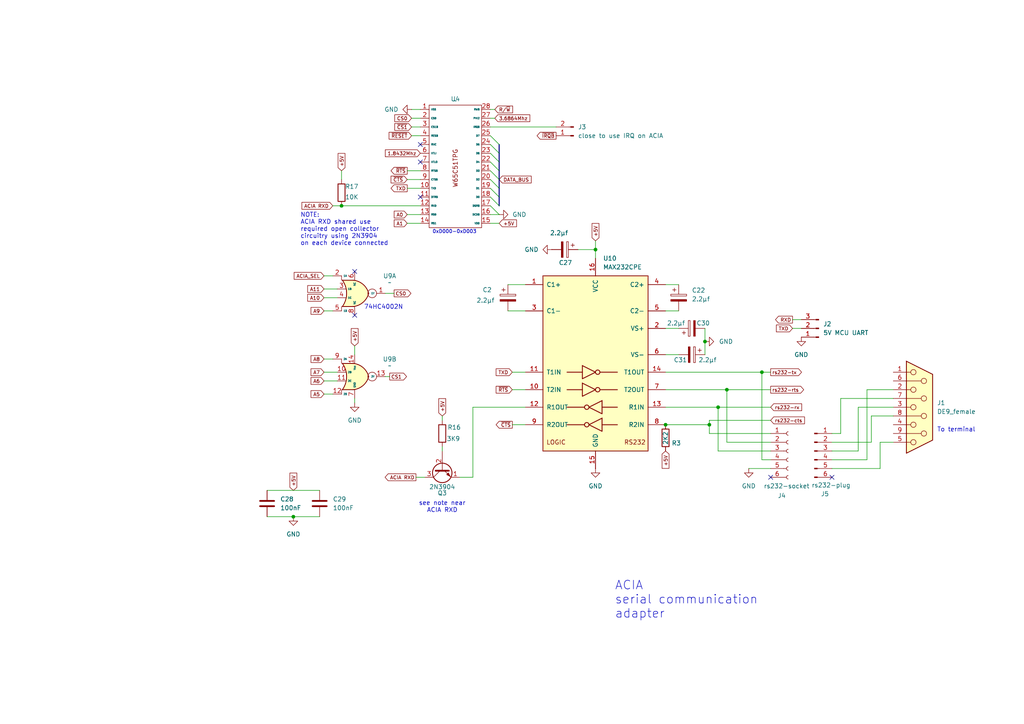
<source format=kicad_sch>
(kicad_sch (version 20231120) (generator "eeschema") (generator_version "8.0")
  (paper "A4")
  (lib_symbols
    (symbol "Connector:Conn_01x02_Pin" (pin_names (offset 1.016) hide)
      (property "Reference" "J" (at 0 2.54 0))
      (property "Value" "Conn_01x02_Pin" (at 0 -5.08 0))
      (symbol "Conn_01x02_Pin_1_1"
        (polyline (pts (xy 1.27 -2.54) (xy 0.8636 -2.54)) (stroke (width 0.1524)))
        (polyline (pts (xy 1.27 0) (xy 0.8636 0)) (stroke (width 0.1524)))
        (rectangle (start 0.8636 -2.413) (end 0 -2.667) (stroke (width 0.1524)) (fill (type outline)))
        (rectangle (start 0.8636 0.127) (end 0 -0.127) (stroke (width 0.1524)) (fill (type outline)))
        (pin passive line (at 5.08 0 180) (length 3.81) (name "Pin_1") (number "1"))
        (pin passive line (at 5.08 -2.54 180) (length 3.81) (name "Pin_2") (number "2"))
      )
    )
    (symbol "Connector:Conn_01x03_Pin" (pin_names (offset 1.016) hide)
      (property "Reference" "J" (at 0 5.08 0))
      (property "Value" "Conn_01x03_Pin" (at 0 -5.08 0))
      (symbol "Conn_01x03_Pin_1_1"
        (polyline (pts (xy 1.27 -2.54) (xy 0.8636 -2.54)) (stroke (width 0.1524)))
        (polyline (pts (xy 1.27 0) (xy 0.8636 0)) (stroke (width 0.1524)))
        (polyline (pts (xy 1.27 2.54) (xy 0.8636 2.54)) (stroke (width 0.1524)))
        (rectangle (start 0.8636 -2.413) (end 0 -2.667) (stroke (width 0.1524)) (fill (type outline)))
        (rectangle (start 0.8636 0.127) (end 0 -0.127) (stroke (width 0.1524)) (fill (type outline)))
        (rectangle (start 0.8636 2.667) (end 0 2.413) (stroke (width 0.1524)) (fill (type outline)))
        (pin passive line (at 5.08 2.54 180) (length 3.81) (name "Pin_1") (number "1"))
        (pin passive line (at 5.08 0 180) (length 3.81) (name "Pin_2") (number "2"))
        (pin passive line (at 5.08 -2.54 180) (length 3.81) (name "Pin_3") (number "3"))
      )
    )
    (symbol "Connector:Conn_01x06_Pin" (pin_names (offset 1.016) hide)
      (property "Reference" "J" (at 0 7.62 0))
      (property "Value" "Conn_01x06_Pin" (at 0 -10.16 0))
      (symbol "Conn_01x06_Pin_1_1"
        (polyline (pts (xy 1.27 -7.62) (xy 0.8636 -7.62)) (stroke (width 0.1524)))
        (polyline (pts (xy 1.27 -5.08) (xy 0.8636 -5.08)) (stroke (width 0.1524)))
        (polyline (pts (xy 1.27 -2.54) (xy 0.8636 -2.54)) (stroke (width 0.1524)))
        (polyline (pts (xy 1.27 0) (xy 0.8636 0)) (stroke (width 0.1524)))
        (polyline (pts (xy 1.27 2.54) (xy 0.8636 2.54)) (stroke (width 0.1524)))
        (polyline (pts (xy 1.27 5.08) (xy 0.8636 5.08)) (stroke (width 0.1524)))
        (rectangle (start 0.8636 -7.493) (end 0 -7.747) (stroke (width 0.1524)) (fill (type outline)))
        (rectangle (start 0.8636 -4.953) (end 0 -5.207) (stroke (width 0.1524)) (fill (type outline)))
        (rectangle (start 0.8636 -2.413) (end 0 -2.667) (stroke (width 0.1524)) (fill (type outline)))
        (rectangle (start 0.8636 0.127) (end 0 -0.127) (stroke (width 0.1524)) (fill (type outline)))
        (rectangle (start 0.8636 2.667) (end 0 2.413) (stroke (width 0.1524)) (fill (type outline)))
        (rectangle (start 0.8636 5.207) (end 0 4.953) (stroke (width 0.1524)) (fill (type outline)))
        (pin passive line (at 5.08 5.08 180) (length 3.81) (name "Pin_1") (number "1"))
        (pin passive line (at 5.08 2.54 180) (length 3.81) (name "Pin_2") (number "2"))
        (pin passive line (at 5.08 0 180) (length 3.81) (name "Pin_3") (number "3"))
        (pin passive line (at 5.08 -2.54 180) (length 3.81) (name "Pin_4") (number "4"))
        (pin passive line (at 5.08 -5.08 180) (length 3.81) (name "Pin_5") (number "5"))
        (pin passive line (at 5.08 -7.62 180) (length 3.81) (name "Pin_6") (number "6"))
      )
    )
    (symbol "Connector:Conn_01x06_Socket" (pin_names (offset 1.016) hide)
      (property "Reference" "J" (at 0 7.62 0))
      (property "Value" "Conn_01x06_Socket" (at 0 -10.16 0))
      (symbol "Conn_01x06_Socket_1_1"
        (arc (start 0 -7.112) (mid -0.5058 -7.62) (end 0 -8.128) (stroke (width 0.1524)))
        (arc (start 0 -4.572) (mid -0.5058 -5.08) (end 0 -5.588) (stroke (width 0.1524)))
        (arc (start 0 -2.032) (mid -0.5058 -2.54) (end 0 -3.048) (stroke (width 0.1524)))
        (polyline (pts (xy -1.27 -7.62) (xy -0.508 -7.62)) (stroke (width 0.1524)))
        (polyline (pts (xy -1.27 -5.08) (xy -0.508 -5.08)) (stroke (width 0.1524)))
        (polyline (pts (xy -1.27 -2.54) (xy -0.508 -2.54)) (stroke (width 0.1524)))
        (polyline (pts (xy -1.27 0) (xy -0.508 0)) (stroke (width 0.1524)))
        (polyline (pts (xy -1.27 2.54) (xy -0.508 2.54)) (stroke (width 0.1524)))
        (polyline (pts (xy -1.27 5.08) (xy -0.508 5.08)) (stroke (width 0.1524)))
        (arc (start 0 0.508) (mid -0.5058 0) (end 0 -0.508) (stroke (width 0.1524)))
        (arc (start 0 3.048) (mid -0.5058 2.54) (end 0 2.032) (stroke (width 0.1524)))
        (arc (start 0 5.588) (mid -0.5058 5.08) (end 0 4.572) (stroke (width 0.1524)))
        (pin passive line (at -5.08 5.08 0) (length 3.81) (name "Pin_1") (number "1"))
        (pin passive line (at -5.08 2.54 0) (length 3.81) (name "Pin_2") (number "2"))
        (pin passive line (at -5.08 0 0) (length 3.81) (name "Pin_3") (number "3"))
        (pin passive line (at -5.08 -2.54 0) (length 3.81) (name "Pin_4") (number "4"))
        (pin passive line (at -5.08 -5.08 0) (length 3.81) (name "Pin_5") (number "5"))
        (pin passive line (at -5.08 -7.62 0) (length 3.81) (name "Pin_6") (number "6"))
      )
    )
    (symbol "Connector:DE9_Receptacle" (pin_names (offset 1.016) hide)
      (property "Reference" "J" (at 0 13.97 0))
      (property "Value" "DE9_Receptacle" (at 0 -14.605 0))
      (symbol "DE9_Receptacle_0_1"
        (circle (center -1.778 -10.16) (radius 0.762))
        (circle (center -1.778 -5.08) (radius 0.762))
        (circle (center -1.778 0) (radius 0.762))
        (circle (center -1.778 5.08) (radius 0.762))
        (circle (center -1.778 10.16) (radius 0.762))
        (polyline (pts (xy -3.81 -10.16) (xy -2.54 -10.16)))
        (polyline (pts (xy -3.81 -7.62) (xy 0.508 -7.62)))
        (polyline (pts (xy -3.81 -5.08) (xy -2.54 -5.08)))
        (polyline (pts (xy -3.81 -2.54) (xy 0.508 -2.54)))
        (polyline (pts (xy -3.81 0) (xy -2.54 0)))
        (polyline (pts (xy -3.81 2.54) (xy 0.508 2.54)))
        (polyline (pts (xy -3.81 5.08) (xy -2.54 5.08)))
        (polyline (pts (xy -3.81 7.62) (xy 0.508 7.62)))
        (polyline (pts (xy -3.81 10.16) (xy -2.54 10.16)))
        (polyline (pts (xy -3.81 13.335) (xy -3.81 -13.335) (xy 3.81 -9.525) (xy 3.81 9.525) (xy -3.81 13.335)) (stroke (width 0.254)) (fill (type background)))
        (circle (center 1.27 -7.62) (radius 0.762))
        (circle (center 1.27 -2.54) (radius 0.762))
        (circle (center 1.27 2.54) (radius 0.762))
        (circle (center 1.27 7.62) (radius 0.762))
      )
      (symbol "DE9_Receptacle_1_1"
        (pin passive line (at -7.62 10.16 0) (length 3.81) (name "1") (number "1"))
        (pin passive line (at -7.62 5.08 0) (length 3.81) (name "2") (number "2"))
        (pin passive line (at -7.62 0 0) (length 3.81) (name "3") (number "3"))
        (pin passive line (at -7.62 -5.08 0) (length 3.81) (name "4") (number "4"))
        (pin passive line (at -7.62 -10.16 0) (length 3.81) (name "5") (number "5"))
        (pin passive line (at -7.62 7.62 0) (length 3.81) (name "6") (number "6"))
        (pin passive line (at -7.62 2.54 0) (length 3.81) (name "7") (number "7"))
        (pin passive line (at -7.62 -2.54 0) (length 3.81) (name "8") (number "8"))
        (pin passive line (at -7.62 -7.62 0) (length 3.81) (name "9") (number "9"))
      )
    )
    (symbol "Device:C" (pin_numbers hide) (pin_names (offset 0.254))
      (property "Reference" "C" (at 0.635 2.54 0))
      (property "Value" "C" (at 0.635 -2.54 0))
      (symbol "C_0_1"
        (polyline (pts (xy -2.032 -0.762) (xy 2.032 -0.762)) (stroke (width 0.508)))
        (polyline (pts (xy -2.032 0.762) (xy 2.032 0.762)) (stroke (width 0.508)))
      )
      (symbol "C_1_1"
        (pin passive line (at 0 3.81 270) (length 2.794) (name "~") (number "1"))
        (pin passive line (at 0 -3.81 90) (length 2.794) (name "~") (number "2"))
      )
    )
    (symbol "Device:C_Polarized" (pin_numbers hide) (pin_names (offset 0.254))
      (property "Reference" "C" (at 0.635 2.54 0))
      (property "Value" "C_Polarized" (at 0.635 -2.54 0))
      (symbol "C_Polarized_0_1"
        (rectangle (start -2.286 0.508) (end 2.286 1.016))
        (polyline (pts (xy -1.778 2.286) (xy -0.762 2.286)))
        (polyline (pts (xy -1.27 2.794) (xy -1.27 1.778)))
        (rectangle (start 2.286 -0.508) (end -2.286 -1.016) (fill (type outline)))
      )
      (symbol "C_Polarized_1_1"
        (pin passive line (at 0 3.81 270) (length 2.794) (name "~") (number "1"))
        (pin passive line (at 0 -3.81 90) (length 2.794) (name "~") (number "2"))
      )
    )
    (symbol "Device:R" (pin_numbers hide) (pin_names (offset 0))
      (property "Reference" "R" (at 2.032 0 90))
      (property "Value" "R" (at 0 0 90))
      (symbol "R_0_1"
        (rectangle (start -1.016 -2.54) (end 1.016 2.54) (stroke (width 0.254)))
      )
      (symbol "R_1_1"
        (pin passive line (at 0 3.81 270) (length 1.27) (name "~") (number "1"))
        (pin passive line (at 0 -3.81 90) (length 1.27) (name "~") (number "2"))
      )
    )
    (symbol "Interface_UART:MAX232" (pin_names (offset 1.016))
      (property "Reference" "U" (at -2.54 28.575 0))
      (property "Value" "MAX232" (at -2.54 26.67 0))
      (symbol "MAX232_0_0"
        (text "LOGIC" (at -11.43 -22.86 0) (effects (font (size 1.27 1.27))))
        (text "RS232" (at 11.43 -22.86 0) (effects (font (size 1.27 1.27))))
      )
      (symbol "MAX232_0_1"
        (rectangle (start -15.24 -25.4) (end 15.24 25.4) (stroke (width 0.254)) (fill (type background)))
        (circle (center -2.54 -17.78) (radius 0.635) (stroke (width 0.254)))
        (circle (center -2.54 -12.7) (radius 0.635) (stroke (width 0.254)))
        (polyline (pts (xy -3.81 -7.62) (xy -8.255 -7.62)) (stroke (width 0.254)))
        (polyline (pts (xy -3.81 -2.54) (xy -8.255 -2.54)) (stroke (width 0.254)))
        (polyline (pts (xy -3.175 -17.78) (xy -8.255 -17.78)) (stroke (width 0.254)))
        (polyline (pts (xy -3.175 -12.7) (xy -8.255 -12.7)) (stroke (width 0.254)))
        (polyline (pts (xy 1.27 -7.62) (xy 6.35 -7.62)) (stroke (width 0.254)))
        (polyline (pts (xy 1.27 -2.54) (xy 6.35 -2.54)) (stroke (width 0.254)))
        (polyline (pts (xy 1.905 -17.78) (xy 6.35 -17.78)) (stroke (width 0.254)))
        (polyline (pts (xy 1.905 -12.7) (xy 6.35 -12.7)) (stroke (width 0.254)))
        (polyline (pts (xy -3.81 -5.715) (xy -3.81 -9.525) (xy 0 -7.62) (xy -3.81 -5.715)) (stroke (width 0.254)))
        (polyline (pts (xy -3.81 -0.635) (xy -3.81 -4.445) (xy 0 -2.54) (xy -3.81 -0.635)) (stroke (width 0.254)))
        (polyline (pts (xy 1.905 -15.875) (xy 1.905 -19.685) (xy -1.905 -17.78) (xy 1.905 -15.875)) (stroke (width 0.254)))
        (polyline (pts (xy 1.905 -10.795) (xy 1.905 -14.605) (xy -1.905 -12.7) (xy 1.905 -10.795)) (stroke (width 0.254)))
        (circle (center 0.635 -7.62) (radius 0.635) (stroke (width 0.254)))
        (circle (center 0.635 -2.54) (radius 0.635) (stroke (width 0.254)))
      )
      (symbol "MAX232_1_1"
        (pin passive line (at -20.32 22.86 0) (length 5.08) (name "C1+") (number "1"))
        (pin input line (at -20.32 -7.62 0) (length 5.08) (name "T2IN") (number "10"))
        (pin input line (at -20.32 -2.54 0) (length 5.08) (name "T1IN") (number "11"))
        (pin output line (at -20.32 -12.7 0) (length 5.08) (name "R1OUT") (number "12"))
        (pin input line (at 20.32 -12.7 180) (length 5.08) (name "R1IN") (number "13"))
        (pin output line (at 20.32 -2.54 180) (length 5.08) (name "T1OUT") (number "14"))
        (pin power_in line (at 0 -30.48 90) (length 5.08) (name "GND") (number "15"))
        (pin power_in line (at 0 30.48 270) (length 5.08) (name "VCC") (number "16"))
        (pin power_out line (at 20.32 10.16 180) (length 5.08) (name "VS+") (number "2"))
        (pin passive line (at -20.32 15.24 0) (length 5.08) (name "C1-") (number "3"))
        (pin passive line (at 20.32 22.86 180) (length 5.08) (name "C2+") (number "4"))
        (pin passive line (at 20.32 15.24 180) (length 5.08) (name "C2-") (number "5"))
        (pin power_out line (at 20.32 2.54 180) (length 5.08) (name "VS-") (number "6"))
        (pin output line (at 20.32 -7.62 180) (length 5.08) (name "T2OUT") (number "7"))
        (pin input line (at 20.32 -17.78 180) (length 5.08) (name "R2IN") (number "8"))
        (pin output line (at -20.32 -17.78 0) (length 5.08) (name "R2OUT") (number "9"))
      )
    )
    (symbol "Transistor_BJT:2N3904" (pin_names (offset 0) hide)
      (property "Reference" "Q" (at 5.08 1.905 0))
      (property "Value" "2N3904" (at 5.08 0 0))
      (symbol "2N3904_0_1"
        (polyline (pts (xy 0.635 0.635) (xy 2.54 2.54)))
        (polyline (pts (xy 0.635 -0.635) (xy 2.54 -2.54) (xy 2.54 -2.54)))
        (polyline (pts (xy 0.635 1.905) (xy 0.635 -1.905) (xy 0.635 -1.905)) (stroke (width 0.508)))
        (polyline (pts (xy 1.27 -1.778) (xy 1.778 -1.27) (xy 2.286 -2.286) (xy 1.27 -1.778) (xy 1.27 -1.778)) (fill (type outline)))
        (circle (center 1.27 0) (radius 2.8194) (stroke (width 0.254)))
      )
      (symbol "2N3904_1_1"
        (pin passive line (at 2.54 -5.08 90) (length 2.54) (name "E") (number "1"))
        (pin passive line (at -5.08 0 0) (length 5.715) (name "B") (number "2"))
        (pin passive line (at 2.54 5.08 270) (length 2.54) (name "C") (number "3"))
      )
    )
    (symbol "W65Cxx:W65C51STPG"
      (property "Reference" "U" (at -1.27 18.796 0))
      (symbol "W65C51STPG_0_1"
        (rectangle (start -7.62 17.78) (end 7.62 -17.78))
      )
      (symbol "W65C51STPG_1_1"
        (text "W65C51TPG" (at 0 -0.508 900) (effects (font (size 1.27 1.27))))
        (pin power_in line (at -10.16 16.51 0) (length 2.54) (name "VSS") (number "1"))
        (pin output line (at -10.16 -6.35 0) (length 2.54) (name "TXD") (number "10"))
        (pin output line (at -10.16 -8.89 0) (length 2.54) (name "DTRB") (number "11"))
        (pin input line (at -10.16 -11.43 0) (length 2.54) (name "RXD") (number "12"))
        (pin input line (at -10.16 -13.97 0) (length 2.54) (name "RS0") (number "13"))
        (pin input line (at -10.16 -16.51 0) (length 2.54) (name "RS1") (number "14"))
        (pin power_in line (at 10.16 -16.51 180) (length 2.54) (name "VDD") (number "15"))
        (pin input line (at 10.16 -13.97 180) (length 2.54) (name "DCDB") (number "16"))
        (pin input line (at 10.16 -11.43 180) (length 2.54) (name "DSRB") (number "17"))
        (pin bidirectional line (at 10.16 -8.89 180) (length 2.54) (name "D0") (number "18"))
        (pin bidirectional line (at 10.16 -6.35 180) (length 2.54) (name "D1") (number "19"))
        (pin input line (at -10.16 13.97 0) (length 2.54) (name "CS0") (number "2"))
        (pin bidirectional line (at 10.16 -3.81 180) (length 2.54) (name "D2") (number "20"))
        (pin bidirectional line (at 10.16 -1.27 180) (length 2.54) (name "D3") (number "21"))
        (pin bidirectional line (at 10.16 1.27 180) (length 2.54) (name "D4") (number "22"))
        (pin bidirectional line (at 10.16 3.81 180) (length 2.54) (name "D5") (number "23"))
        (pin bidirectional line (at 10.16 6.35 180) (length 2.54) (name "D6") (number "24"))
        (pin bidirectional line (at 10.16 8.89 180) (length 2.54) (name "D7") (number "25"))
        (pin output line (at 10.16 11.43 180) (length 2.54) (name "IRQB") (number "26"))
        (pin input line (at 10.16 13.97 180) (length 2.54) (name "PHI2") (number "27"))
        (pin input line (at 10.16 16.51 180) (length 2.54) (name "RWB") (number "28"))
        (pin input line (at -10.16 11.43 0) (length 2.54) (name "CS1B") (number "3"))
        (pin input line (at -10.16 8.89 0) (length 2.54) (name "RESB") (number "4"))
        (pin bidirectional line (at -10.16 6.35 0) (length 2.54) (name "RXC") (number "5"))
        (pin input line (at -10.16 3.81 0) (length 2.54) (name "XTLI") (number "6"))
        (pin output line (at -10.16 1.27 0) (length 2.54) (name "XTLO") (number "7"))
        (pin output line (at -10.16 -1.27 0) (length 2.54) (name "RTSB") (number "8"))
        (pin input line (at -10.16 -3.81 0) (length 2.54) (name "CTSB") (number "9"))
      )
    )
    (symbol "logic_gate:CD74HC4002"
      (property "Reference" "U" (at -0.762 7.62 0))
      (symbol "CD74HC4002_1_1"
        (arc (start -3.5562 3.81) (mid -2.3352 7.62) (end -3.5562 11.43) (stroke (width 0.254)))
        (arc (start -0.3558 3.81) (mid 2.4393 5.036) (end 4.0638 7.62) (stroke (width 0.254)) (fill (type background)))
        (polyline (pts (xy -3.81 3.81) (xy -3.81 2.54)))
        (polyline (pts (xy -3.81 11.43) (xy -3.81 12.7)))
        (polyline (pts (xy -3.5562 3.81) (xy -0.3812 3.81)) (stroke (width 0.254)) (fill (type background)))
        (polyline (pts (xy -3.5562 11.43) (xy -0.3812 11.43)) (stroke (width 0.254)) (fill (type background)))
        (polyline (pts (xy -0.3812 11.43) (xy -3.5562 11.43) (xy -3.5562 11.43) (xy -3.3022 11.0236) (xy -2.7688 9.8806) (xy -2.4386 8.6614) (xy -2.3624 7.366) (xy -2.5148 6.1214) (xy -2.9212 4.9022) (xy -3.5562 3.81) (xy -3.5562 3.81) (xy -0.3812 3.81)) (stroke (width -25.4)) (fill (type background)))
        (arc (start 4.0638 7.62) (mid 2.4466 10.2125) (end -0.3558 11.43) (stroke (width 0.254)) (fill (type background)))
        (circle (center 5.08 7.62) (radius 1.27))
        (pin output line (at 8.89 7.62 180) (length 2.54) (name "1Y") (number "1"))
        (pin input line (at -6.35 12.7 0) (length 2.54) (name "1A") (number "2"))
        (pin input line (at -5.08 8.89 0) (length 2.54) (name "1B") (number "3"))
        (pin input line (at -5.08 6.35 0) (length 2.54) (name "1C") (number "4"))
        (pin input line (at -6.35 2.54 0) (length 2.54) (name "1D") (number "5"))
        (pin free line (at 0 13.97 270) (length 2.54) (name "NC") (number "6"))
        (pin free line (at 0 1.27 90) (length 2.54) (name "NC") (number "8"))
      )
      (symbol "CD74HC4002_2_1"
        (arc (start -3.5562 -15.24) (mid -2.3352 -11.43) (end -3.5562 -7.62) (stroke (width 0.254)))
        (arc (start -0.3558 -15.24) (mid 2.4393 -14.014) (end 4.0638 -11.43) (stroke (width 0.254)) (fill (type background)))
        (polyline (pts (xy -3.81 -15.24) (xy -3.81 -16.51)))
        (polyline (pts (xy -3.81 -7.62) (xy -3.81 -6.35)))
        (polyline (pts (xy -3.5562 -15.24) (xy -0.3812 -15.24)) (stroke (width 0.254)) (fill (type background)))
        (polyline (pts (xy -3.5562 -7.62) (xy -0.3812 -7.62)) (stroke (width 0.254)) (fill (type background)))
        (polyline (pts (xy -0.3812 -7.62) (xy -3.5562 -7.62) (xy -3.5562 -7.62) (xy -3.3022 -8.0264) (xy -2.7688 -9.1694) (xy -2.4386 -10.3886) (xy -2.3624 -11.684) (xy -2.5148 -12.9286) (xy -2.9212 -14.1478) (xy -3.5562 -15.24) (xy -3.5562 -15.24) (xy -0.3812 -15.24)) (stroke (width -25.4)) (fill (type background)))
        (arc (start 4.0638 -11.43) (mid 2.4466 -8.8375) (end -0.3558 -7.62) (stroke (width 0.254)) (fill (type background)))
        (circle (center 5.08 -11.43) (radius 1.27))
        (pin input line (at -5.08 -10.16 0) (length 2.54) (name "2B") (number "10"))
        (pin input line (at -5.08 -12.7 0) (length 2.54) (name "2C") (number "11"))
        (pin input line (at -6.35 -16.51 0) (length 2.54) (name "2D") (number "12"))
        (pin output line (at 8.89 -11.43 180) (length 2.54) (name "2Y") (number "13"))
        (pin power_in line (at 0 -5.08 270) (length 2.54) (name "Vcc") (number "14"))
        (pin power_in line (at 0 -17.78 90) (length 2.54) (name "GND") (number "7"))
        (pin input line (at -6.35 -6.35 0) (length 2.54) (name "2A") (number "9"))
      )
    )
    (symbol "power:GND" (power) (pin_numbers hide) (pin_names (offset 0) hide)
      (property "Value" "GND" (at 0 -3.81 0))
      (symbol "GND_0_1"
        (polyline (pts (xy 0 0) (xy 0 -1.27) (xy 1.27 -1.27) (xy 0 -2.54) (xy -1.27 -1.27) (xy 0 -1.27)))
      )
      (symbol "GND_1_1"
        (pin power_in line (at 0 0 270) (length 0) (name "~") (number "1"))
      )
    )
  )
  (junction (at 208.28 118.11))
  (junction (at 205.74 123.19))
  (junction (at 210.82 113.03))
  (junction (at 220.98 107.95))
  (junction (at 99.06 59.69))
  (junction (at 172.72 72.39))
  (junction (at 204.47 99.06))
  (junction (at 85.09 149.86))
  (junction (at 193.04 123.19))
  (no_connect (at 241.3 138.43))
  (no_connect (at 121.92 57.15))
  (no_connect (at 102.87 91.44))
  (no_connect (at 102.87 78.74))
  (no_connect (at 121.92 46.99))
  (no_connect (at 121.92 41.91))
  (no_connect (at 223.52 138.43))
  (bus_entry (at 142.24 49.53) (size 2.54 2.54))
  (bus_entry (at 142.24 44.45) (size 2.54 2.54))
  (bus_entry (at 142.24 59.69) (size 2.54 2.54))
  (bus_entry (at 142.24 57.15) (size 2.54 2.54))
  (bus_entry (at 142.24 54.61) (size 2.54 2.54))
  (bus_entry (at 142.24 41.91) (size 2.54 2.54))
  (bus_entry (at 142.24 39.37) (size 2.54 2.54))
  (bus_entry (at 142.24 46.99) (size 2.54 2.54))
  (bus_entry (at 142.24 52.07) (size 2.54 2.54))
  (wire (pts (xy 77.47 142.24) (xy 92.71 142.24)))
  (wire (pts (xy 193.04 102.87) (xy 196.85 102.87)))
  (wire (pts (xy 223.52 133.35) (xy 220.98 133.35)))
  (wire (pts (xy 120.65 138.43) (xy 123.19 138.43)))
  (wire (pts (xy 137.16 118.11) (xy 152.4 118.11)))
  (wire (pts (xy 119.38 39.37) (xy 121.92 39.37)))
  (wire (pts (xy 93.98 80.01) (xy 96.52 80.01)))
  (wire (pts (xy 205.74 125.73) (xy 223.52 125.73)))
  (wire (pts (xy 241.3 133.35) (xy 251.46 133.35)))
  (wire (pts (xy 93.98 114.3) (xy 96.52 114.3)))
  (wire (pts (xy 93.98 104.14) (xy 96.52 104.14)))
  (wire (pts (xy 251.46 133.35) (xy 251.46 113.03)))
  (wire (pts (xy 243.84 125.73) (xy 241.3 125.73)))
  (wire (pts (xy 193.04 123.19) (xy 205.74 123.19)))
  (wire (pts (xy 147.32 90.17) (xy 152.4 90.17)))
  (bus (pts (xy 144.78 54.61) (xy 144.78 57.15)))
  (wire (pts (xy 259.08 128.27) (xy 255.27 128.27)))
  (wire (pts (xy 96.52 59.69) (xy 99.06 59.69)))
  (wire (pts (xy 248.92 118.11) (xy 259.08 118.11)))
  (wire (pts (xy 137.16 138.43) (xy 137.16 118.11)))
  (wire (pts (xy 193.04 82.55) (xy 196.85 82.55)))
  (wire (pts (xy 99.06 49.53) (xy 99.06 52.07)))
  (wire (pts (xy 118.11 49.53) (xy 121.92 49.53)))
  (wire (pts (xy 118.11 62.23) (xy 121.92 62.23)))
  (wire (pts (xy 118.11 54.61) (xy 121.92 54.61)))
  (wire (pts (xy 142.24 64.77) (xy 144.78 64.77)))
  (wire (pts (xy 119.38 31.75) (xy 121.92 31.75)))
  (wire (pts (xy 172.72 72.39) (xy 172.72 74.93)))
  (wire (pts (xy 93.98 90.17) (xy 96.52 90.17)))
  (wire (pts (xy 248.92 118.11) (xy 248.92 130.81)))
  (wire (pts (xy 193.04 95.25) (xy 196.85 95.25)))
  (wire (pts (xy 93.98 107.95) (xy 97.79 107.95)))
  (wire (pts (xy 93.98 86.36) (xy 97.79 86.36)))
  (wire (pts (xy 102.87 100.33) (xy 102.87 102.87)))
  (wire (pts (xy 251.46 113.03) (xy 259.08 113.03)))
  (wire (pts (xy 255.27 128.27) (xy 255.27 135.89)))
  (wire (pts (xy 119.38 34.29) (xy 121.92 34.29)))
  (wire (pts (xy 142.24 34.29) (xy 143.51 34.29)))
  (wire (pts (xy 205.74 123.19) (xy 205.74 125.73)))
  (wire (pts (xy 142.24 62.23) (xy 144.78 62.23)))
  (wire (pts (xy 223.52 121.92) (xy 205.74 121.92)))
  (wire (pts (xy 93.98 83.82) (xy 97.79 83.82)))
  (bus (pts (xy 144.78 57.15) (xy 144.78 59.69)))
  (wire (pts (xy 208.28 118.11) (xy 223.52 118.11)))
  (wire (pts (xy 93.98 110.49) (xy 97.79 110.49)))
  (bus (pts (xy 144.78 46.99) (xy 144.78 49.53)))
  (wire (pts (xy 142.24 31.75) (xy 143.51 31.75)))
  (wire (pts (xy 128.27 129.54) (xy 128.27 130.81)))
  (wire (pts (xy 128.27 120.65) (xy 128.27 121.92)))
  (wire (pts (xy 167.64 72.39) (xy 172.72 72.39)))
  (wire (pts (xy 210.82 113.03) (xy 210.82 128.27)))
  (wire (pts (xy 99.06 59.69) (xy 121.92 59.69)))
  (wire (pts (xy 204.47 95.25) (xy 204.47 99.06)))
  (wire (pts (xy 243.84 115.57) (xy 243.84 125.73)))
  (wire (pts (xy 210.82 113.03) (xy 223.52 113.03)))
  (bus (pts (xy 144.78 44.45) (xy 144.78 46.99)))
  (wire (pts (xy 259.08 115.57) (xy 243.84 115.57)))
  (wire (pts (xy 210.82 128.27) (xy 223.52 128.27)))
  (bus (pts (xy 144.78 41.91) (xy 144.78 44.45)))
  (wire (pts (xy 111.76 109.22) (xy 113.03 109.22)))
  (bus (pts (xy 144.78 49.53) (xy 144.78 52.07)))
  (wire (pts (xy 204.47 99.06) (xy 204.47 102.87)))
  (wire (pts (xy 205.74 121.92) (xy 205.74 123.19)))
  (wire (pts (xy 193.04 90.17) (xy 196.85 90.17)))
  (wire (pts (xy 220.98 133.35) (xy 220.98 107.95)))
  (wire (pts (xy 119.38 36.83) (xy 121.92 36.83)))
  (wire (pts (xy 229.87 92.71) (xy 232.41 92.71)))
  (wire (pts (xy 77.47 149.86) (xy 85.09 149.86)))
  (wire (pts (xy 85.09 149.86) (xy 92.71 149.86)))
  (wire (pts (xy 193.04 118.11) (xy 208.28 118.11)))
  (wire (pts (xy 102.87 115.57) (xy 102.87 116.84)))
  (wire (pts (xy 208.28 118.11) (xy 208.28 130.81)))
  (wire (pts (xy 142.24 36.83) (xy 161.29 36.83)))
  (wire (pts (xy 252.73 120.65) (xy 252.73 128.27)))
  (wire (pts (xy 147.32 82.55) (xy 152.4 82.55)))
  (wire (pts (xy 248.92 130.81) (xy 241.3 130.81)))
  (wire (pts (xy 193.04 113.03) (xy 210.82 113.03)))
  (wire (pts (xy 172.72 69.85) (xy 172.72 72.39)))
  (wire (pts (xy 118.11 52.07) (xy 121.92 52.07)))
  (wire (pts (xy 148.59 123.19) (xy 152.4 123.19)))
  (wire (pts (xy 193.04 107.95) (xy 220.98 107.95)))
  (wire (pts (xy 118.11 64.77) (xy 121.92 64.77)))
  (wire (pts (xy 252.73 128.27) (xy 241.3 128.27)))
  (wire (pts (xy 148.59 113.03) (xy 152.4 113.03)))
  (wire (pts (xy 259.08 120.65) (xy 252.73 120.65)))
  (wire (pts (xy 229.87 95.25) (xy 232.41 95.25)))
  (wire (pts (xy 208.28 130.81) (xy 223.52 130.81)))
  (wire (pts (xy 217.17 135.89) (xy 223.52 135.89)))
  (wire (pts (xy 111.76 85.09) (xy 114.3 85.09)))
  (wire (pts (xy 255.27 135.89) (xy 241.3 135.89)))
  (wire (pts (xy 133.35 138.43) (xy 137.16 138.43)))
  (wire (pts (xy 148.59 107.95) (xy 152.4 107.95)))
  (wire (pts (xy 220.98 107.95) (xy 223.52 107.95)))
  (bus (pts (xy 144.78 52.07) (xy 144.78 54.61)))
  (text "see note near\nACIA RXD" (at 128.27 147.066 0) (effects (font (size 1.27 1.27))))
  (text "To terminal" (at 277.368 124.714 0) (effects (font (size 1.27 1.27))))
  (text "74HC4002N" (at 111.252 89.154 0) (effects (font (size 1.27 1.27))))
  (text "0xD000-0xD003" (at 131.826 67.31 0) (effects (font (size 1.016 1.016))))
  (text "NOTE:\nACIA RXD shared use\nrequired open collector \ncircuitry using 2N3904\non each device connected\n" (at 87.122 66.548 0) (effects (font (size 1.27 1.27)) (justify left)))
  (text "ACIA \nserial communication\nadapter " (at 178.308 173.99 0) (effects (font (size 2.54 2.54)) (justify left)))
  (global_label "TXD" (shape input) (at 148.59 107.95 180) (effects (font (size 1.016 1.016))) (property "Intersheetrefs" "${INTERSHEET_REFS}" (effects (hide yes))))
  (global_label "+5V" (shape input) (at 102.87 100.33 90) (effects (font (size 1.016 1.016))) (property "Intersheetrefs" "${INTERSHEET_REFS}" (effects (hide yes))))
  (global_label "rs232-rx" (shape input) (at 223.52 118.11 0) (effects (font (size 1.016 1.016))) (property "Intersheetrefs" "${INTERSHEET_REFS}" (effects (hide yes))))
  (global_label "A6" (shape input) (at 93.98 110.49 180) (effects (font (size 1.016 1.016))) (property "Intersheetrefs" "${INTERSHEET_REFS}" (effects (hide yes))))
  (global_label "A7" (shape input) (at 93.98 107.95 180) (effects (font (size 1.016 1.016))) (property "Intersheetrefs" "${INTERSHEET_REFS}" (effects (hide yes))))
  (global_label "1.8432Mhz" (shape input) (at 121.92 44.45 180) (effects (font (size 1.016 1.016))) (property "Intersheetrefs" "${INTERSHEET_REFS}" (effects (hide yes))))
  (global_label "~{RTS}" (shape output) (at 118.11 49.53 180) (effects (font (size 1.016 1.016))) (property "Intersheetrefs" "${INTERSHEET_REFS}" (effects (hide yes))))
  (global_label "TXD" (shape output) (at 118.11 54.61 180) (effects (font (size 1.016 1.016))) (property "Intersheetrefs" "${INTERSHEET_REFS}" (effects (hide yes))))
  (global_label "~{RESET}" (shape input) (at 119.38 39.37 180) (effects (font (size 1.016 1.016))) (property "Intersheetrefs" "${INTERSHEET_REFS}" (effects (hide yes))))
  (global_label "+5V" (shape input) (at 144.78 64.77 0) (effects (font (size 1.016 1.016))) (property "Intersheetrefs" "${INTERSHEET_REFS}" (effects (hide yes))))
  (global_label "rs232-cts" (shape input) (at 223.52 121.92 0) (effects (font (size 1.016 1.016))) (property "Intersheetrefs" "${INTERSHEET_REFS}" (effects (hide yes))))
  (global_label "R{slash}~{W}" (shape input) (at 143.51 31.75 0) (effects (font (size 1.016 1.016))) (property "Intersheetrefs" "${INTERSHEET_REFS}" (effects (hide yes))))
  (global_label "+5V" (shape input) (at 99.06 49.53 90) (effects (font (size 1.016 1.016))) (property "Intersheetrefs" "${INTERSHEET_REFS}" (effects (hide yes))))
  (global_label "~{CTS}" (shape output) (at 148.59 123.19 180) (effects (font (size 1.016 1.016))) (property "Intersheetrefs" "${INTERSHEET_REFS}" (effects (hide yes))))
  (global_label "ACIA RXD" (shape input) (at 96.52 59.69 180) (effects (font (size 1.016 1.016))) (property "Intersheetrefs" "${INTERSHEET_REFS}" (effects (hide yes))))
  (global_label "CS0" (shape output) (at 114.3 85.09 0) (effects (font (size 1.016 1.016))) (property "Intersheetrefs" "${INTERSHEET_REFS}" (effects (hide yes))))
  (global_label "DATA_BUS" (shape input) (at 144.78 52.07 0) (effects (font (size 1.016 1.016))) (property "Intersheetrefs" "${INTERSHEET_REFS}" (effects (hide yes))))
  (global_label "ACIA_SEL" (shape input) (at 93.98 80.01 180) (effects (font (size 1.016 1.016))) (property "Intersheetrefs" "${INTERSHEET_REFS}" (effects (hide yes))))
  (global_label "~{RTS}" (shape input) (at 148.59 113.03 180) (effects (font (size 1.016 1.016))) (property "Intersheetrefs" "${INTERSHEET_REFS}" (effects (hide yes))))
  (global_label "A8" (shape input) (at 93.98 104.14 180) (effects (font (size 1.016 1.016))) (property "Intersheetrefs" "${INTERSHEET_REFS}" (effects (hide yes))))
  (global_label "A9" (shape input) (at 93.98 90.17 180) (effects (font (size 1.016 1.016))) (property "Intersheetrefs" "${INTERSHEET_REFS}" (effects (hide yes))))
  (global_label "~{CS1}" (shape input) (at 119.38 36.83 180) (effects (font (size 1.016 1.016))) (property "Intersheetrefs" "${INTERSHEET_REFS}" (effects (hide yes))))
  (global_label "CS1" (shape output) (at 113.03 109.22 0) (effects (font (size 1.016 1.016))) (property "Intersheetrefs" "${INTERSHEET_REFS}" (effects (hide yes))))
  (global_label "+5V" (shape input) (at 85.09 142.24 90) (effects (font (size 1.016 1.016))) (property "Intersheetrefs" "${INTERSHEET_REFS}" (effects (hide yes))))
  (global_label "~{IRQB}" (shape output) (at 161.29 39.37 180) (effects (font (size 1.016 1.016))) (property "Intersheetrefs" "${INTERSHEET_REFS}" (effects (hide yes))))
  (global_label "rs232-rts" (shape output) (at 223.52 113.03 0) (effects (font (size 1.016 1.016))) (property "Intersheetrefs" "${INTERSHEET_REFS}" (effects (hide yes))))
  (global_label "~{CTS}" (shape input) (at 118.11 52.07 180) (effects (font (size 1.016 1.016))) (property "Intersheetrefs" "${INTERSHEET_REFS}" (effects (hide yes))))
  (global_label "ACIA RXD" (shape output) (at 120.65 138.43 180) (effects (font (size 1.016 1.016))) (property "Intersheetrefs" "${INTERSHEET_REFS}" (effects (hide yes))))
  (global_label "+5V" (shape input) (at 193.04 130.81 270) (effects (font (size 1.016 1.016))) (property "Intersheetrefs" "${INTERSHEET_REFS}" (effects (hide yes))))
  (global_label "A5" (shape input) (at 93.98 114.3 180) (effects (font (size 1.016 1.016))) (property "Intersheetrefs" "${INTERSHEET_REFS}" (effects (hide yes))))
  (global_label "RXD" (shape output) (at 229.87 92.71 180) (effects (font (size 1.016 1.016))) (property "Intersheetrefs" "${INTERSHEET_REFS}" (effects (hide yes))))
  (global_label "rs232-tx" (shape output) (at 223.52 107.95 0) (effects (font (size 1.016 1.016))) (property "Intersheetrefs" "${INTERSHEET_REFS}" (effects (hide yes))))
  (global_label "TXD" (shape input) (at 229.87 95.25 180) (effects (font (size 1.016 1.016))) (property "Intersheetrefs" "${INTERSHEET_REFS}" (effects (hide yes))))
  (global_label "+5V" (shape input) (at 172.72 69.85 90) (effects (font (size 1.016 1.016))) (property "Intersheetrefs" "${INTERSHEET_REFS}" (effects (hide yes))))
  (global_label "+5V" (shape input) (at 128.27 120.65 90) (effects (font (size 1.016 1.016))) (property "Intersheetrefs" "${INTERSHEET_REFS}" (effects (hide yes))))
  (global_label "CS0" (shape input) (at 119.38 34.29 180) (effects (font (size 1.016 1.016))) (property "Intersheetrefs" "${INTERSHEET_REFS}" (effects (hide yes))))
  (global_label "A0" (shape input) (at 118.11 62.23 180) (effects (font (size 1.016 1.016))) (property "Intersheetrefs" "${INTERSHEET_REFS}" (effects (hide yes))))
  (global_label "A1" (shape input) (at 118.11 64.77 180) (effects (font (size 1.016 1.016))) (property "Intersheetrefs" "${INTERSHEET_REFS}" (effects (hide yes))))
  (global_label "A11" (shape input) (at 93.98 83.82 180) (effects (font (size 1.016 1.016))) (property "Intersheetrefs" "${INTERSHEET_REFS}" (effects (hide yes))))
  (global_label "3.6864Mhz" (shape input) (at 143.51 34.29 0) (effects (font (size 1.016 1.016))) (property "Intersheetrefs" "${INTERSHEET_REFS}" (effects (hide yes))))
  (global_label "A10" (shape input) (at 93.98 86.36 180) (effects (font (size 1.016 1.016))) (property "Intersheetrefs" "${INTERSHEET_REFS}" (effects (hide yes))))
  (symbol (lib_id "Device:C_Polarized") (at 196.85 86.36 0) (unit 1)
    (property "Reference" "C22" (at 200.66 84.2009 0) (effects (justify left)))
    (property "Value" "2.2µf" (at 200.66 86.7409 0) (effects (justify left)))
    (property "Description" "Polarized capacitor" (effects (hide yes)))
  )
  (symbol (lib_id "Device:R") (at 128.27 125.73 0) (unit 1)
    (property "Reference" "R16" (at 129.794 123.952 0) (effects (justify left)))
    (property "Value" "3K9" (at 129.54 127.254 0) (effects (justify left)))
    (property "Description" "Resistor" (effects (hide yes)))
  )
  (symbol (lib_id "Device:R") (at 99.06 55.88 0) (unit 1)
    (property "Reference" "R17" (at 100.076 54.102 0) (effects (justify left)))
    (property "Value" "10K" (at 100.076 57.15 0) (effects (justify left)))
    (property "Description" "Resistor" (effects (hide yes)))
  )
  (symbol (lib_id "Transistor_BJT:2N3904") (at 128.27 135.89 90) (mirror x) (unit 1)
    (property "Reference" "Q3" (at 128.27 143.002 90))
    (property "Value" "2N3904" (at 128.27 141.224 90))
    (property "Footprint" "Package_TO_SOT_THT:TO-92_Inline" (effects (hide yes)))
    (property "Datasheet" "https://www.onsemi.com/pub/Collateral/2N3903-D.PDF" (effects (hide yes)))
    (property "Description" "0.2A Ic, 40V Vce, Small Signal NPN Transistor, TO-92" (effects (hide yes)))
  )
  (symbol (lib_id "Connector:Conn_01x03_Pin") (at 237.49 95.25 180) (unit 1)
    (property "Reference" "J2" (at 238.76 93.9799 0) (effects (justify right)))
    (property "Value" "5V MCU UART" (at 238.76 96.5199 0) (effects (justify right)))
    (property "Description" "Generic connector, single row, 01x03, script generated" (effects (hide yes)))
  )
  (symbol (lib_id "power:GND") (at 172.72 135.89 0) (unit 1)
    (property "Reference" "#PWR01" (effects (hide yes)))
    (property "Value" "GND" (at 172.72 140.97 0))
    (property "Description" "Power symbol creates a global label with name \"GND\" , ground" (effects (hide yes)))
  )
  (symbol (lib_id "power:GND") (at 85.09 149.86 0) (unit 1)
    (property "Reference" "#PWR020" (effects (hide yes)))
    (property "Value" "GND" (at 85.09 154.94 0))
    (property "Description" "Power symbol creates a global label with name \"GND\" , ground" (effects (hide yes)))
  )
  (symbol (lib_id "Device:C_Polarized") (at 200.66 95.25 90) (unit 1)
    (property "Reference" "C30" (at 203.962 93.726 90))
    (property "Value" "2.2µf" (at 196.088 93.726 90))
    (property "Description" "Polarized capacitor" (effects (hide yes)))
  )
  (symbol (lib_id "Interface_UART:MAX232") (at 172.72 105.41 0) (unit 1)
    (property "Reference" "U10" (at 174.9141 74.93 0) (effects (justify left)))
    (property "Value" "MAX232CPE" (at 174.9141 77.47 0) (effects (justify left)))
    (property "Datasheet" "http://www.ti.com/lit/ds/symlink/max232.pdf" (effects (hide yes)))
    (property "Description" "Dual RS232 driver/receiver, 5V supply, 120kb/s, 0C-70C" (effects (hide yes)))
  )
  (symbol (lib_id "Connector:DE9_Receptacle") (at 266.7 118.11 0) (unit 1)
    (property "Reference" "J1" (at 271.78 116.8399 0) (effects (justify left)))
    (property "Value" "DE9_female" (at 271.78 119.3799 0) (effects (justify left)))
    (property "Description" "9-pin female receptacle socket D-SUB connector" (effects (hide yes)))
  )
  (symbol (lib_id "power:GND") (at 217.17 135.89 0) (unit 1)
    (property "Reference" "#PWR022" (effects (hide yes)))
    (property "Value" "GND" (at 217.17 140.97 0))
    (property "Description" "Power symbol creates a global label with name \"GND\" , ground" (effects (hide yes)))
  )
  (symbol (lib_id "power:GND") (at 160.02 72.39 270) (unit 1)
    (property "Reference" "#PWR02" (effects (hide yes)))
    (property "Value" "GND" (at 156.21 72.3899 90) (effects (justify right)))
    (property "Description" "Power symbol creates a global label with name \"GND\" , ground" (effects (hide yes)))
  )
  (symbol (lib_id "Device:C_Polarized") (at 147.32 86.36 0) (unit 1)
    (property "Reference" "C2" (at 139.954 84.074 0) (effects (justify left)))
    (property "Value" "2.2µf" (at 138.176 87.122 0) (effects (justify left)))
    (property "Description" "Polarized capacitor" (effects (hide yes)))
  )
  (symbol (lib_id "W65Cxx:W65C51STPG") (at 132.08 48.26 0) (unit 1)
    (property "Reference" "U4" (at 132.08 28.702 0))
    (property "Value" "~" (at 132.08 29.21 0))
  )
  (symbol (lib_id "Device:C_Polarized") (at 200.66 102.87 270) (unit 1)
    (property "Reference" "C31" (at 197.358 104.394 90))
    (property "Value" "2.2µf" (at 205.232 104.394 90))
    (property "Description" "Polarized capacitor" (effects (hide yes)))
  )
  (symbol (lib_id "Device:C") (at 92.71 146.05 0) (unit 1)
    (property "Reference" "C29" (at 96.52 144.7799 0) (effects (justify left)))
    (property "Value" "100nF" (at 96.52 147.3199 0) (effects (justify left)))
    (property "Description" "Unpolarized capacitor" (effects (hide yes)))
  )
  (symbol (lib_id "Device:C") (at 77.47 146.05 180) (unit 1)
    (property "Reference" "C28" (at 81.28 144.7799 0) (effects (justify right)))
    (property "Value" "100nF" (at 81.28 147.3199 0) (effects (justify right)))
    (property "Description" "Unpolarized capacitor" (effects (hide yes)))
  )
  (symbol (lib_id "power:GND") (at 144.78 62.23 90) (unit 1)
    (property "Reference" "#PWR012" (effects (hide yes)))
    (property "Value" "GND" (at 148.59 62.2299 90) (effects (justify right)))
    (property "Description" "Power symbol creates a global label with name \"GND\" , ground" (effects (hide yes)))
  )
  (symbol (lib_id "Connector:Conn_01x02_Pin") (at 166.37 39.37 180) (unit 1)
    (property "Reference" "J3" (at 167.64 36.8299 0) (effects (justify right)))
    (property "Value" "close to use IRQ on ACIA" (at 167.64 39.3699 0) (effects (justify right)))
    (property "Description" "Generic connector, single row, 01x02, script generated" (effects (hide yes)))
  )
  (symbol (lib_id "power:GND") (at 102.87 116.84 0) (unit 1)
    (property "Reference" "#PWR06" (effects (hide yes)))
    (property "Value" "GND" (at 102.87 121.92 0))
    (property "Description" "Power symbol creates a global label with name \"GND\" , ground" (effects (hide yes)))
  )
  (symbol (lib_id "Device:C_Polarized") (at 163.83 72.39 270) (unit 1)
    (property "Reference" "C27" (at 162.052 76.2 90) (effects (justify left)))
    (property "Value" "2.2µf" (at 159.512 67.564 90) (effects (justify left)))
    (property "Description" "Polarized capacitor" (effects (hide yes)))
  )
  (symbol (lib_id "Connector:Conn_01x06_Pin") (at 236.22 130.81 0) (unit 1)
    (property "Reference" "J5" (at 239.268 143.256 0))
    (property "Value" "rs232-plug" (at 241.046 140.716 0))
    (property "Description" "Generic connector, single row, 01x06, script generated" (effects (hide yes)))
  )
  (symbol (lib_id "logic_gate:CD74HC4002") (at 102.87 92.71 0) (unit 1)
    (property "Reference" "U9" (at 113.03 80.0414 0))
    (property "Value" "~" (at 113.03 81.9465 0))
  )
  (symbol (lib_id "logic_gate:CD74HC4002") (at 102.87 97.79 0) (unit 2)
    (property "Reference" "U9" (at 113.03 104.1714 0))
    (property "Value" "~" (at 113.03 106.0765 0))
  )
  (symbol (lib_id "Device:R") (at 193.04 127 180) (unit 1)
    (property "Reference" "R3" (at 194.818 128.524 0) (effects (justify right)))
    (property "Value" "2K2" (at 193.04 129.032 90) (effects (justify right)))
    (property "Description" "Resistor" (effects (hide yes)))
  )
  (symbol (lib_id "power:GND") (at 232.41 97.79 0) (unit 1)
    (property "Reference" "#PWR023" (effects (hide yes)))
    (property "Value" "GND" (at 232.41 102.87 0))
    (property "Description" "Power symbol creates a global label with name \"GND\" , ground" (effects (hide yes)))
  )
  (symbol (lib_id "power:GND") (at 119.38 31.75 270) (unit 1)
    (property "Reference" "#PWR03" (effects (hide yes)))
    (property "Value" "GND" (at 115.57 31.7499 90) (effects (justify right)))
    (property "Description" "Power symbol creates a global label with name \"GND\" , ground" (effects (hide yes)))
  )
  (symbol (lib_id "power:GND") (at 204.47 99.06 90) (unit 1)
    (property "Reference" "#PWR021" (effects (hide yes)))
    (property "Value" "GND" (at 208.5153 99.0599 90) (effects (justify right)))
    (property "Description" "Power symbol creates a global label with name \"GND\" , ground" (effects (hide yes)))
  )
  (symbol (lib_id "Connector:Conn_01x06_Socket") (at 228.6 130.81 0) (unit 1)
    (property "Reference" "J4" (at 225.552 143.764 0) (effects (justify left)))
    (property "Value" "rs232-socket" (at 221.488 140.97 0) (effects (justify left)))
    (property "Description" "Generic connector, single row, 01x06, script generated" (effects (hide yes)))
  )
)
</source>
